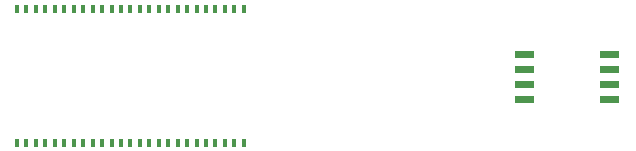
<source format=gbr>
%TF.GenerationSoftware,KiCad,Pcbnew,(5.1.8)-1*%
%TF.CreationDate,2021-12-09T12:46:22+01:00*%
%TF.ProjectId,Prototyp,50726f74-6f74-4797-902e-6b696361645f,rev?*%
%TF.SameCoordinates,Original*%
%TF.FileFunction,Paste,Top*%
%TF.FilePolarity,Positive*%
%FSLAX46Y46*%
G04 Gerber Fmt 4.6, Leading zero omitted, Abs format (unit mm)*
G04 Created by KiCad (PCBNEW (5.1.8)-1) date 2021-12-09 12:46:22*
%MOMM*%
%LPD*%
G01*
G04 APERTURE LIST*
%ADD10R,0.320000X0.800000*%
G04 APERTURE END LIST*
D10*
%TO.C,U1*%
X212419000Y-121758000D03*
X212419000Y-110398000D03*
X211619000Y-121758000D03*
X211619000Y-110398000D03*
X210819000Y-121758000D03*
X210819000Y-110398000D03*
X210019000Y-121758000D03*
X210019000Y-110398000D03*
X209219000Y-121758000D03*
X209219000Y-110398000D03*
X208419000Y-121758000D03*
X208419000Y-110398000D03*
X207619000Y-121758000D03*
X207619000Y-110398000D03*
X206819000Y-121758000D03*
X206819000Y-110398000D03*
X206019000Y-121758000D03*
X206019000Y-110398000D03*
X205219000Y-121758000D03*
X205219000Y-110398000D03*
X204419000Y-121758000D03*
X204419000Y-110398000D03*
X203619000Y-121758000D03*
X203619000Y-110398000D03*
X202819000Y-121758000D03*
X202819000Y-110398000D03*
X202019000Y-121758000D03*
X202019000Y-110398000D03*
X201219000Y-121758000D03*
X201219000Y-110398000D03*
X200419000Y-121758000D03*
X200419000Y-110398000D03*
X199619000Y-121758000D03*
X199619000Y-110398000D03*
X198819000Y-121758000D03*
X198819000Y-110398000D03*
X198019000Y-121758000D03*
X198019000Y-110398000D03*
X197219000Y-121758000D03*
X197219000Y-110398000D03*
X196419000Y-121758000D03*
X196419000Y-110398000D03*
X195619000Y-121758000D03*
X195619000Y-110398000D03*
X194819000Y-121758000D03*
X194819000Y-110398000D03*
X194019000Y-121758000D03*
X194019000Y-110398000D03*
X193219000Y-121758000D03*
X193219000Y-110398000D03*
%TD*%
%TO.C,U2*%
G36*
G01*
X242536000Y-114549400D02*
X242536000Y-114050600D01*
G75*
G02*
X242576600Y-114010000I40600J0D01*
G01*
X244145400Y-114010000D01*
G75*
G02*
X244186000Y-114050600I0J-40600D01*
G01*
X244186000Y-114549400D01*
G75*
G02*
X244145400Y-114590000I-40600J0D01*
G01*
X242576600Y-114590000D01*
G75*
G02*
X242536000Y-114549400I0J40600D01*
G01*
G37*
G36*
G01*
X242536000Y-115819400D02*
X242536000Y-115320600D01*
G75*
G02*
X242576600Y-115280000I40600J0D01*
G01*
X244145400Y-115280000D01*
G75*
G02*
X244186000Y-115320600I0J-40600D01*
G01*
X244186000Y-115819400D01*
G75*
G02*
X244145400Y-115860000I-40600J0D01*
G01*
X242576600Y-115860000D01*
G75*
G02*
X242536000Y-115819400I0J40600D01*
G01*
G37*
G36*
G01*
X242536000Y-117089400D02*
X242536000Y-116590600D01*
G75*
G02*
X242576600Y-116550000I40600J0D01*
G01*
X244145400Y-116550000D01*
G75*
G02*
X244186000Y-116590600I0J-40600D01*
G01*
X244186000Y-117089400D01*
G75*
G02*
X244145400Y-117130000I-40600J0D01*
G01*
X242576600Y-117130000D01*
G75*
G02*
X242536000Y-117089400I0J40600D01*
G01*
G37*
G36*
G01*
X242536000Y-118359400D02*
X242536000Y-117860600D01*
G75*
G02*
X242576600Y-117820000I40600J0D01*
G01*
X244145400Y-117820000D01*
G75*
G02*
X244186000Y-117860600I0J-40600D01*
G01*
X244186000Y-118359400D01*
G75*
G02*
X244145400Y-118400000I-40600J0D01*
G01*
X242576600Y-118400000D01*
G75*
G02*
X242536000Y-118359400I0J40600D01*
G01*
G37*
G36*
G01*
X235366000Y-118359400D02*
X235366000Y-117860600D01*
G75*
G02*
X235406600Y-117820000I40600J0D01*
G01*
X236975400Y-117820000D01*
G75*
G02*
X237016000Y-117860600I0J-40600D01*
G01*
X237016000Y-118359400D01*
G75*
G02*
X236975400Y-118400000I-40600J0D01*
G01*
X235406600Y-118400000D01*
G75*
G02*
X235366000Y-118359400I0J40600D01*
G01*
G37*
G36*
G01*
X235366000Y-117089400D02*
X235366000Y-116590600D01*
G75*
G02*
X235406600Y-116550000I40600J0D01*
G01*
X236975400Y-116550000D01*
G75*
G02*
X237016000Y-116590600I0J-40600D01*
G01*
X237016000Y-117089400D01*
G75*
G02*
X236975400Y-117130000I-40600J0D01*
G01*
X235406600Y-117130000D01*
G75*
G02*
X235366000Y-117089400I0J40600D01*
G01*
G37*
G36*
G01*
X235366000Y-115819400D02*
X235366000Y-115320600D01*
G75*
G02*
X235406600Y-115280000I40600J0D01*
G01*
X236975400Y-115280000D01*
G75*
G02*
X237016000Y-115320600I0J-40600D01*
G01*
X237016000Y-115819400D01*
G75*
G02*
X236975400Y-115860000I-40600J0D01*
G01*
X235406600Y-115860000D01*
G75*
G02*
X235366000Y-115819400I0J40600D01*
G01*
G37*
G36*
G01*
X235366000Y-114549400D02*
X235366000Y-114050600D01*
G75*
G02*
X235406600Y-114010000I40600J0D01*
G01*
X236975400Y-114010000D01*
G75*
G02*
X237016000Y-114050600I0J-40600D01*
G01*
X237016000Y-114549400D01*
G75*
G02*
X236975400Y-114590000I-40600J0D01*
G01*
X235406600Y-114590000D01*
G75*
G02*
X235366000Y-114549400I0J40600D01*
G01*
G37*
%TD*%
M02*

</source>
